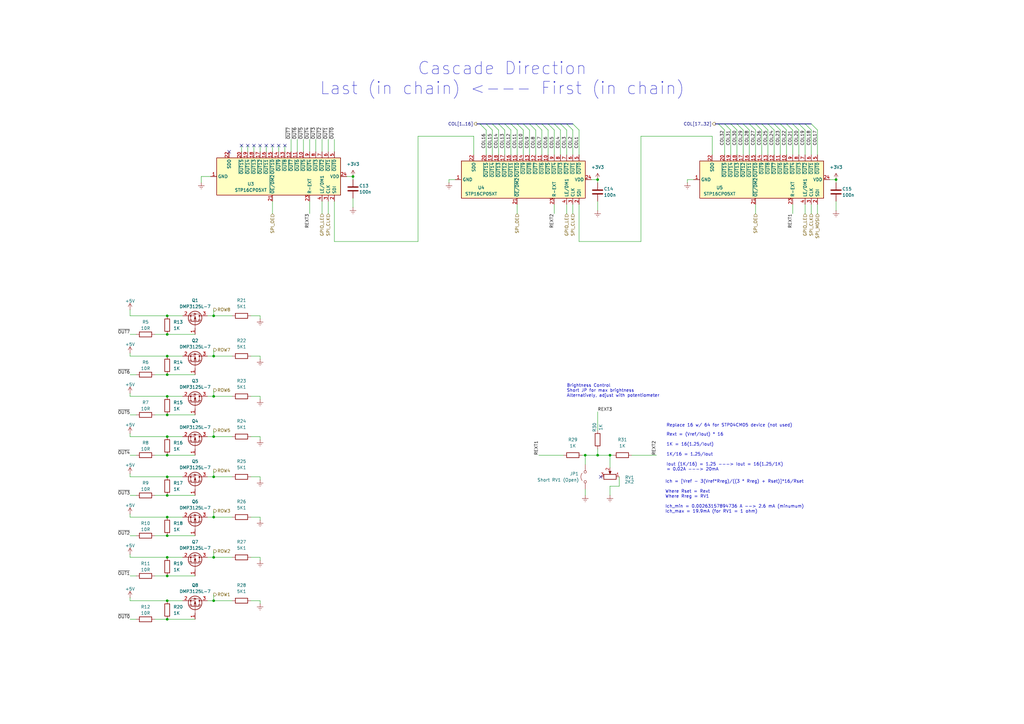
<source format=kicad_sch>
(kicad_sch (version 20250114) (generator "eeschema") (generator_version "9.0")
  (paper "A3")
  (title_block (title "8x32 LED Matrix") (date "2025-06-14") (rev "v05") (comment 4 "STP16CP05 based cascaded LED matrices"))
  (lib_symbols
    (symbol "Device:C" (pin_numbers (hide yes)) (pin_names (offset 0.254))
      (property "Reference" "C" (at 0.635 2.54 0))
      (property "Value" "C" (at 0.635 -2.54 0))
      (symbol "C_0_1"
        (polyline (pts (xy -2.032 0.762) (xy 2.032 0.762)) (stroke (width 0.508)))
        (polyline (pts (xy -2.032 -0.762) (xy 2.032 -0.762)) (stroke (width 0.508)))
      )
      (symbol "C_1_1"
        (pin passive line (at 0 3.81 270) (length 2.794) (name "~") (number "1"))
        (pin passive line (at 0 -3.81 90) (length 2.794) (name "~") (number "2"))
      )
    )
    (symbol "Device:R" (pin_numbers (hide yes)) (pin_names (offset 0))
      (property "Reference" "R" (at 2.032 0 90))
      (property "Value" "R" (at 0 0 90))
      (symbol "R_0_1"
        (rectangle (start -1.016 -2.54) (end 1.016 2.54) (stroke (width 0.254)))
      )
      (symbol "R_1_1"
        (pin passive line (at 0 3.81 270) (length 1.27) (name "~") (number "1"))
        (pin passive line (at 0 -3.81 90) (length 1.27) (name "~") (number "2"))
      )
    )
    (symbol "Device:R_Potentiometer" (pin_names (offset 1.016) (hide yes))
      (property "Reference" "RV" (at -4.445 0 90))
      (property "Value" "R_Potentiometer" (at -2.54 0 90))
      (symbol "R_Potentiometer_0_1"
        (rectangle (start 1.016 2.54) (end -1.016 -2.54) (stroke (width 0.254)))
        (polyline (pts (xy 1.143 0) (xy 2.286 0.508) (xy 2.286 -0.508) (xy 1.143 0)) (fill (type outline)))
        (polyline (pts (xy 2.54 0) (xy 1.524 0)))
      )
      (symbol "R_Potentiometer_1_1"
        (pin passive line (at 0 3.81 270) (length 1.27) (name "1") (number "1"))
        (pin passive line (at 0 -3.81 90) (length 1.27) (name "3") (number "3"))
        (pin passive line (at 3.81 0 180) (length 1.27) (name "2") (number "2"))
      )
    )
    (symbol "Driver_LED:STP16CP05XT"
      (property "Reference" "U" (at -7.62 26.67 0))
      (property "Value" "STP16CP05XT" (at 1.27 26.67 0))
      (symbol "STP16CP05XT_0_1"
        (rectangle (start -7.62 25.4) (end 7.62 -25.4) (stroke (width 0.254)) (fill (type background)))
      )
      (symbol "STP16CP05XT_1_1"
        (pin input line (at -10.16 22.86 0) (length 2.54) (name "SDI") (number "2"))
        (pin input line (at -10.16 20.32 0) (length 2.54) (name "CLK") (number "3"))
        (pin input line (at -10.16 17.78 0) (length 2.54) (name "LE/DM1") (number "4"))
        (pin passive line (at -10.16 12.7 0) (length 2.54) (name "R-EXT") (number "23"))
        (pin input line (at -10.16 -2.54 0) (length 2.54) (name "~{OE/DM2}") (number "21"))
        (pin power_in line (at 0 27.94 270) (length 2.54) (name "VDD") (number "24"))
        (pin power_in line (at 0 -27.94 90) (length 2.54) (name "GND") (number "1"))
        (pin passive line (at 0 -27.94 90) (length 2.54) (hide yes) (name "GND") (number "25"))
        (pin output line (at 10.16 22.86 180) (length 2.54) (name "~{OUT0}") (number "5"))
        (pin output line (at 10.16 20.32 180) (length 2.54) (name "~{OUT1}") (number "6"))
        (pin output line (at 10.16 17.78 180) (length 2.54) (name "~{OUT2}") (number "7"))
        (pin output line (at 10.16 15.24 180) (length 2.54) (name "~{OUT3}") (number "8"))
        (pin output line (at 10.16 12.7 180) (length 2.54) (name "~{OUT4}") (number "9"))
        (pin output line (at 10.16 10.16 180) (length 2.54) (name "~{OUT5}") (number "10"))
        (pin output line (at 10.16 7.62 180) (length 2.54) (name "~{OUT6}") (number "11"))
        (pin output line (at 10.16 5.08 180) (length 2.54) (name "~{OUT7}") (number "12"))
        (pin output line (at 10.16 2.54 180) (length 2.54) (name "~{OUT8}") (number "13"))
        (pin output line (at 10.16 0 180) (length 2.54) (name "~{OUT9}") (number "14"))
        (pin output line (at 10.16 -2.54 180) (length 2.54) (name "~{OUT10}") (number "15"))
        (pin output line (at 10.16 -5.08 180) (length 2.54) (name "~{OUT11}") (number "16"))
        (pin output line (at 10.16 -7.62 180) (length 2.54) (name "~{OUT12}") (number "17"))
        (pin output line (at 10.16 -10.16 180) (length 2.54) (name "~{OUT13}") (number "18"))
        (pin output line (at 10.16 -12.7 180) (length 2.54) (name "~{OUT14}") (number "19"))
        (pin output line (at 10.16 -15.24 180) (length 2.54) (name "~{OUT15}") (number "20"))
        (pin output line (at 10.16 -20.32 180) (length 2.54) (name "SDO") (number "22"))
      )
    )
    (symbol "Jumper:Jumper_2_Open" (pin_numbers (hide yes)) (pin_names (offset 0) (hide yes)) (exclude_from_sim yes)
      (property "Reference" "JP" (at 0 2.794 0))
      (property "Value" "Jumper_2_Open" (at 0 -2.286 0))
      (symbol "Jumper_2_Open_0_0"
        (circle (center -2.032 0) (radius 0.508))
        (circle (center 2.032 0) (radius 0.508))
      )
      (symbol "Jumper_2_Open_0_1"
        (arc (start -1.524 1.27) (mid 0 1.778) (end 1.524 1.27))
      )
      (symbol "Jumper_2_Open_1_1"
        (pin passive line (at -5.08 0 0) (length 2.54) (name "A") (number "1"))
        (pin passive line (at 5.08 0 180) (length 2.54) (name "B") (number "2"))
      )
    )
    (symbol "Transistor_FET:AO3401A" (pin_names (hide yes))
      (property "Reference" "Q" (at 5.08 1.905 0))
      (property "Value" "AO3401A" (at 5.08 0 0))
      (symbol "AO3401A_0_1"
        (polyline (pts (xy 0.254 1.905) (xy 0.254 -1.905)) (stroke (width 0.254)))
        (polyline (pts (xy 0.254 0) (xy -2.54 0)))
        (polyline (pts (xy 0.762 2.286) (xy 0.762 1.27)) (stroke (width 0.254)))
        (polyline (pts (xy 0.762 1.778) (xy 3.302 1.778) (xy 3.302 -1.778) (xy 0.762 -1.778)))
        (polyline (pts (xy 0.762 0.508) (xy 0.762 -0.508)) (stroke (width 0.254)))
        (polyline (pts (xy 0.762 -1.27) (xy 0.762 -2.286)) (stroke (width 0.254)))
        (circle (center 1.651 0) (radius 2.794) (stroke (width 0.254)))
        (polyline (pts (xy 2.286 0) (xy 1.27 0.381) (xy 1.27 -0.381) (xy 2.286 0)) (fill (type outline)))
        (polyline (pts (xy 2.54 2.54) (xy 2.54 1.778)))
        (circle (center 2.54 1.778) (radius 0.254) (fill (type outline)))
        (circle (center 2.54 -1.778) (radius 0.254) (fill (type outline)))
        (polyline (pts (xy 2.54 -2.54) (xy 2.54 0) (xy 0.762 0)))
        (polyline (pts (xy 2.794 -0.508) (xy 2.921 -0.381) (xy 3.683 -0.381) (xy 3.81 -0.254)))
        (polyline (pts (xy 3.302 -0.381) (xy 2.921 0.254) (xy 3.683 0.254) (xy 3.302 -0.381)))
      )
      (symbol "AO3401A_1_1"
        (pin input line (at -5.08 0 0) (length 2.54) (name "G") (number "1"))
        (pin passive line (at 2.54 5.08 270) (length 2.54) (name "D") (number "3"))
        (pin passive line (at 2.54 -5.08 90) (length 2.54) (name "S") (number "2"))
      )
    )
    (symbol "power:+3V3" (power) (pin_numbers (hide yes)) (pin_names (offset 0) (hide yes))
      (property "Value" "+3V3" (at 0 3.556 0))
      (symbol "+3V3_0_1"
        (polyline (pts (xy -0.762 1.27) (xy 0 2.54)))
        (polyline (pts (xy 0 2.54) (xy 0.762 1.27)))
        (polyline (pts (xy 0 0) (xy 0 2.54)))
      )
      (symbol "+3V3_1_1"
        (pin power_in line (at 0 0 90) (length 0) (name "~") (number "1"))
      )
    )
    (symbol "power:+5V" (power) (pin_numbers (hide yes)) (pin_names (offset 0) (hide yes))
      (property "Value" "+5V" (at 0 3.556 0))
      (symbol "+5V_0_1"
        (polyline (pts (xy -0.762 1.27) (xy 0 2.54)))
        (polyline (pts (xy 0 2.54) (xy 0.762 1.27)))
        (polyline (pts (xy 0 0) (xy 0 2.54)))
      )
      (symbol "+5V_1_1"
        (pin power_in line (at 0 0 90) (length 0) (name "~") (number "1"))
      )
    )
    (symbol "power:GNDREF" (power) (pin_numbers (hide yes)) (pin_names (offset 0) (hide yes))
      (property "Value" "GNDREF" (at 0 -3.81 0))
      (symbol "GNDREF_0_1"
        (polyline (pts (xy -0.635 -1.905) (xy 0.635 -1.905)))
        (polyline (pts (xy -0.127 -2.54) (xy 0.127 -2.54)))
        (polyline (pts (xy 0 -1.27) (xy 0 0)))
        (polyline (pts (xy 1.27 -1.27) (xy -1.27 -1.27)))
      )
      (symbol "GNDREF_1_1"
        (pin power_in line (at 0 0 270) (length 0) (name "~") (number "1"))
      )
    )
  )
  (text "Rext = (Vref/Iout) * 16\n\n1K = 16(1.25/Iout)\n\n1K/16 = 1.25/Iout\n\nIout (1K/16) = 1.25 ---> Iout = 16(1.25/1K)\n= 0.02A ---> 20mA" (at 273.304 185.42 0) (effects (font (size 1.27 1.27)) (justify left)))
  (text "Cascade Direction\nLast (in chain) <--- First (in chain)" (at 205.994 32.258 0) (effects (font (size 5.08 5.08))))
  (text "Brightness Control\nShort JP for max brightness\nAlternatively, adjust with potentiometer" (at 232.41 160.274 0) (effects (font (size 1.27 1.27)) (justify left)))
  (text "Ich = [Vref - 3(Vref*Rreg)/((3 * Rreg) + Rset)]*16/Rset\n\nWhere Rset = Rext\nWhere Rreg = RV1\n\nIch_min = 0.00263157894736 A --> 2.6 mA (minumum)\nIch_max = 19.9mA (for RV1 = 1 ohm) " (at 272.796 203.708 0) (effects (font (size 1.27 1.27)) (justify left)))
  (text "Replace 16 w/ 64 for STP04CM05 device (not used)" (at 273.304 174.498 0) (effects (font (size 1.27 1.27)) (justify left)))
  (junction (at 68.58 146.05))
  (junction (at 240.03 186.69))
  (junction (at 342.9 73.66))
  (junction (at 68.58 129.54))
  (junction (at 68.58 170.18))
  (junction (at 87.63 228.6))
  (junction (at 68.58 228.6))
  (junction (at 245.11 73.66))
  (junction (at 68.58 246.38))
  (junction (at 87.63 195.58))
  (junction (at 68.58 236.22))
  (junction (at 68.58 186.69))
  (junction (at 87.63 129.54))
  (junction (at 144.78 72.39))
  (junction (at 68.58 203.2))
  (junction (at 68.58 179.07))
  (junction (at 68.58 254))
  (junction (at 68.58 153.67))
  (junction (at 68.58 219.71))
  (junction (at 87.63 146.05))
  (junction (at 68.58 195.58))
  (junction (at 245.11 186.69))
  (junction (at 87.63 179.07))
  (junction (at 68.58 162.56))
  (junction (at 87.63 162.56))
  (junction (at 87.63 246.38))
  (junction (at 68.58 137.16))
  (junction (at 87.63 212.09))
  (junction (at 250.19 186.69))
  (junction (at 68.58 212.09))
  (no_connect (at 109.22 59.69))
  (no_connect (at 104.14 59.69))
  (no_connect (at 106.68 59.69))
  (no_connect (at 111.76 59.69))
  (no_connect (at 116.84 59.69))
  (no_connect (at 93.98 62.23))
  (no_connect (at 246.38 195.58))
  (no_connect (at 114.3 59.69))
  (no_connect (at 99.06 59.69))
  (no_connect (at 101.6 59.69))
  (bus_entry (at 237.49 53.34) (size -2.54 -2.54))
  (bus_entry (at 322.58 53.34) (size -2.54 -2.54))
  (bus_entry (at 314.96 53.34) (size -2.54 -2.54))
  (bus_entry (at 232.41 53.34) (size -2.54 -2.54))
  (bus_entry (at 335.28 53.34) (size -2.54 -2.54))
  (bus_entry (at 217.17 53.34) (size -2.54 -2.54))
  (bus_entry (at 212.09 53.34) (size -2.54 -2.54))
  (bus_entry (at 312.42 53.34) (size -2.54 -2.54))
  (bus_entry (at 234.95 53.34) (size -2.54 -2.54))
  (bus_entry (at 297.18 53.34) (size -2.54 -2.54))
  (bus_entry (at 332.74 53.34) (size -2.54 -2.54))
  (bus_entry (at 299.72 53.34) (size -2.54 -2.54))
  (bus_entry (at 309.88 53.34) (size -2.54 -2.54))
  (bus_entry (at 214.63 53.34) (size -2.54 -2.54))
  (bus_entry (at 199.39 53.34) (size -2.54 -2.54))
  (bus_entry (at 209.55 53.34) (size -2.54 -2.54))
  (bus_entry (at 207.01 53.34) (size -2.54 -2.54))
  (bus_entry (at 327.66 53.34) (size -2.54 -2.54))
  (bus_entry (at 224.79 53.34) (size -2.54 -2.54))
  (bus_entry (at 219.71 53.34) (size -2.54 -2.54))
  (bus_entry (at 222.25 53.34) (size -2.54 -2.54))
  (bus_entry (at 227.33 53.34) (size -2.54 -2.54))
  (bus_entry (at 304.8 53.34) (size -2.54 -2.54))
  (bus_entry (at 325.12 53.34) (size -2.54 -2.54))
  (bus_entry (at 307.34 53.34) (size -2.54 -2.54))
  (bus_entry (at 302.26 53.34) (size -2.54 -2.54))
  (bus_entry (at 229.87 53.34) (size -2.54 -2.54))
  (bus_entry (at 204.47 53.34) (size -2.54 -2.54))
  (bus_entry (at 330.2 53.34) (size -2.54 -2.54))
  (bus_entry (at 317.5 53.34) (size -2.54 -2.54))
  (bus_entry (at 320.04 53.34) (size -2.54 -2.54))
  (bus_entry (at 201.93 53.34) (size -2.54 -2.54))
  (wire (pts (xy 227.33 53.34) (xy 227.33 63.5)))
  (wire (pts (xy 68.58 254) (xy 80.01 254)))
  (wire (pts (xy 87.63 127) (xy 87.63 129.54)))
  (wire (pts (xy 325.12 83.82) (xy 325.12 87.63)))
  (wire (pts (xy 53.34 227.33) (xy 53.34 228.6)))
  (wire (pts (xy 87.63 179.07) (xy 95.25 179.07)))
  (wire (pts (xy 335.28 53.34) (xy 335.28 63.5)))
  (wire (pts (xy 240.03 200.66) (xy 240.03 203.2)))
  (wire (pts (xy 68.58 129.54) (xy 74.93 129.54)))
  (wire (pts (xy 87.63 129.54) (xy 95.25 129.54)))
  (wire (pts (xy 87.63 226.06) (xy 87.63 228.6)))
  (wire (pts (xy 219.71 53.34) (xy 219.71 63.5)))
  (bus (pts (xy 312.42 50.8) (xy 314.96 50.8)))
  (wire (pts (xy 102.87 212.09) (xy 106.68 212.09)))
  (wire (pts (xy 237.49 83.82) (xy 237.49 99.06)))
  (wire (pts (xy 53.34 129.54) (xy 53.34 127)))
  (wire (pts (xy 68.58 228.6) (xy 74.93 228.6)))
  (wire (pts (xy 101.6 59.69) (xy 101.6 62.23)))
  (wire (pts (xy 127 82.55) (xy 127 87.63)))
  (wire (pts (xy 85.09 195.58) (xy 87.63 195.58)))
  (wire (pts (xy 102.87 129.54) (xy 106.68 129.54)))
  (wire (pts (xy 68.58 179.07) (xy 74.93 179.07)))
  (wire (pts (xy 68.58 236.22) (xy 80.01 236.22)))
  (wire (pts (xy 281.94 73.66) (xy 281.94 74.93)))
  (wire (pts (xy 240.03 186.69) (xy 240.03 190.5)))
  (wire (pts (xy 68.58 137.16) (xy 80.01 137.16)))
  (wire (pts (xy 297.18 53.34) (xy 297.18 63.5)))
  (wire (pts (xy 68.58 212.09) (xy 74.93 212.09)))
  (wire (pts (xy 68.58 186.69) (xy 80.01 186.69)))
  (wire (pts (xy 330.2 53.34) (xy 330.2 63.5)))
  (wire (pts (xy 304.8 53.34) (xy 304.8 63.5)))
  (wire (pts (xy 227.33 83.82) (xy 227.33 87.63)))
  (bus (pts (xy 199.39 50.8) (xy 201.93 50.8)))
  (wire (pts (xy 119.38 57.15) (xy 119.38 62.23)))
  (wire (pts (xy 320.04 53.34) (xy 320.04 63.5)))
  (wire (pts (xy 104.14 59.69) (xy 104.14 62.23)))
  (wire (pts (xy 144.78 81.28) (xy 144.78 85.09)))
  (wire (pts (xy 106.68 129.54) (xy 106.68 130.81)))
  (wire (pts (xy 53.34 170.18) (xy 55.88 170.18)))
  (wire (pts (xy 314.96 53.34) (xy 314.96 63.5)))
  (wire (pts (xy 87.63 212.09) (xy 95.25 212.09)))
  (wire (pts (xy 332.74 53.34) (xy 332.74 63.5)))
  (bus (pts (xy 325.12 50.8) (xy 327.66 50.8)))
  (wire (pts (xy 87.63 162.56) (xy 95.25 162.56)))
  (wire (pts (xy 212.09 53.34) (xy 212.09 63.5)))
  (wire (pts (xy 134.62 82.55) (xy 134.62 87.63)))
  (wire (pts (xy 299.72 53.34) (xy 299.72 63.5)))
  (wire (pts (xy 342.9 82.55) (xy 342.9 86.36)))
  (wire (pts (xy 68.58 219.71) (xy 80.01 219.71)))
  (wire (pts (xy 63.5 219.71) (xy 68.58 219.71)))
  (wire (pts (xy 53.34 212.09) (xy 68.58 212.09)))
  (wire (pts (xy 129.54 57.15) (xy 129.54 62.23)))
  (wire (pts (xy 137.16 99.06) (xy 137.16 82.55)))
  (wire (pts (xy 250.19 199.39) (xy 250.19 203.2)))
  (wire (pts (xy 238.76 186.69) (xy 240.03 186.69)))
  (wire (pts (xy 106.68 146.05) (xy 106.68 147.32)))
  (wire (pts (xy 102.87 162.56) (xy 106.68 162.56)))
  (wire (pts (xy 259.08 186.69) (xy 269.24 186.69)))
  (wire (pts (xy 335.28 83.82) (xy 335.28 87.63)))
  (wire (pts (xy 284.48 73.66) (xy 281.94 73.66)))
  (wire (pts (xy 102.87 195.58) (xy 106.68 195.58)))
  (wire (pts (xy 85.09 146.05) (xy 87.63 146.05)))
  (wire (pts (xy 102.87 246.38) (xy 106.68 246.38)))
  (wire (pts (xy 137.16 57.15) (xy 137.16 62.23)))
  (wire (pts (xy 245.11 168.91) (xy 245.11 176.53)))
  (bus (pts (xy 297.18 50.8) (xy 299.72 50.8)))
  (wire (pts (xy 309.88 53.34) (xy 309.88 63.5)))
  (wire (pts (xy 87.63 228.6) (xy 95.25 228.6)))
  (wire (pts (xy 63.5 153.67) (xy 68.58 153.67)))
  (wire (pts (xy 232.41 53.34) (xy 232.41 63.5)))
  (bus (pts (xy 229.87 50.8) (xy 232.41 50.8)))
  (wire (pts (xy 53.34 179.07) (xy 68.58 179.07)))
  (bus (pts (xy 293.37 50.8) (xy 294.64 50.8)))
  (wire (pts (xy 220.98 186.69) (xy 231.14 186.69)))
  (wire (pts (xy 55.88 203.2) (xy 53.34 203.2)))
  (wire (pts (xy 53.34 254) (xy 55.88 254)))
  (bus (pts (xy 317.5 50.8) (xy 320.04 50.8)))
  (wire (pts (xy 171.45 55.88) (xy 171.45 99.06)))
  (bus (pts (xy 219.71 50.8) (xy 222.25 50.8)))
  (wire (pts (xy 214.63 53.34) (xy 214.63 63.5)))
  (wire (pts (xy 127 57.15) (xy 127 62.23)))
  (wire (pts (xy 106.68 59.69) (xy 106.68 62.23)))
  (wire (pts (xy 111.76 82.55) (xy 111.76 87.63)))
  (wire (pts (xy 254 199.39) (xy 250.19 199.39)))
  (bus (pts (xy 196.85 50.8) (xy 199.39 50.8)))
  (wire (pts (xy 132.08 57.15) (xy 132.08 62.23)))
  (wire (pts (xy 68.58 146.05) (xy 74.93 146.05)))
  (bus (pts (xy 314.96 50.8) (xy 317.5 50.8)))
  (wire (pts (xy 87.63 160.02) (xy 87.63 162.56)))
  (wire (pts (xy 53.34 245.11) (xy 53.34 246.38)))
  (bus (pts (xy 217.17 50.8) (xy 219.71 50.8)))
  (wire (pts (xy 68.58 170.18) (xy 80.01 170.18)))
  (bus (pts (xy 307.34 50.8) (xy 309.88 50.8)))
  (bus (pts (xy 322.58 50.8) (xy 325.12 50.8)))
  (wire (pts (xy 102.87 146.05) (xy 106.68 146.05)))
  (wire (pts (xy 217.17 53.34) (xy 217.17 63.5)))
  (wire (pts (xy 134.62 57.15) (xy 134.62 62.23)))
  (wire (pts (xy 307.34 53.34) (xy 307.34 63.5)))
  (wire (pts (xy 242.57 73.66) (xy 245.11 73.66)))
  (wire (pts (xy 53.34 236.22) (xy 55.88 236.22)))
  (wire (pts (xy 53.34 162.56) (xy 53.34 161.29)))
  (wire (pts (xy 232.41 83.82) (xy 232.41 87.63)))
  (bus (pts (xy 224.79 50.8) (xy 227.33 50.8)))
  (wire (pts (xy 53.34 144.78) (xy 53.34 146.05)))
  (wire (pts (xy 68.58 162.56) (xy 74.93 162.56)))
  (wire (pts (xy 53.34 146.05) (xy 68.58 146.05)))
  (bus (pts (xy 209.55 50.8) (xy 212.09 50.8)))
  (wire (pts (xy 87.63 243.84) (xy 87.63 246.38)))
  (bus (pts (xy 201.93 50.8) (xy 204.47 50.8)))
  (wire (pts (xy 53.34 177.8) (xy 53.34 179.07)))
  (wire (pts (xy 53.34 228.6) (xy 68.58 228.6)))
  (wire (pts (xy 63.5 236.22) (xy 68.58 236.22)))
  (wire (pts (xy 121.92 57.15) (xy 121.92 62.23)))
  (wire (pts (xy 137.16 99.06) (xy 171.45 99.06)))
  (bus (pts (xy 214.63 50.8) (xy 217.17 50.8)))
  (wire (pts (xy 87.63 195.58) (xy 95.25 195.58)))
  (wire (pts (xy 234.95 53.34) (xy 234.95 63.5)))
  (wire (pts (xy 87.63 193.04) (xy 87.63 195.58)))
  (bus (pts (xy 212.09 50.8) (xy 214.63 50.8)))
  (wire (pts (xy 87.63 209.55) (xy 87.63 212.09)))
  (wire (pts (xy 332.74 83.82) (xy 332.74 87.63)))
  (wire (pts (xy 53.34 195.58) (xy 68.58 195.58)))
  (wire (pts (xy 68.58 195.58) (xy 74.93 195.58)))
  (wire (pts (xy 68.58 129.54) (xy 53.34 129.54)))
  (wire (pts (xy 245.11 73.66) (xy 245.11 74.93)))
  (wire (pts (xy 240.03 186.69) (xy 245.11 186.69)))
  (wire (pts (xy 317.5 53.34) (xy 317.5 63.5)))
  (wire (pts (xy 222.25 53.34) (xy 222.25 63.5)))
  (wire (pts (xy 87.63 143.51) (xy 87.63 146.05)))
  (bus (pts (xy 320.04 50.8) (xy 322.58 50.8)))
  (bus (pts (xy 299.72 50.8) (xy 302.26 50.8)))
  (wire (pts (xy 254 195.58) (xy 254 199.39)))
  (wire (pts (xy 109.22 59.69) (xy 109.22 62.23)))
  (wire (pts (xy 132.08 82.55) (xy 132.08 87.63)))
  (wire (pts (xy 63.5 186.69) (xy 68.58 186.69)))
  (bus (pts (xy 232.41 50.8) (xy 234.95 50.8)))
  (bus (pts (xy 222.25 50.8) (xy 224.79 50.8)))
  (wire (pts (xy 245.11 186.69) (xy 250.19 186.69)))
  (bus (pts (xy 302.26 50.8) (xy 304.8 50.8)))
  (wire (pts (xy 53.34 137.16) (xy 55.88 137.16)))
  (wire (pts (xy 322.58 53.34) (xy 322.58 63.5)))
  (wire (pts (xy 229.87 53.34) (xy 229.87 63.5)))
  (wire (pts (xy 68.58 203.2) (xy 80.01 203.2)))
  (wire (pts (xy 142.24 72.39) (xy 144.78 72.39)))
  (bus (pts (xy 195.58 50.8) (xy 196.85 50.8)))
  (wire (pts (xy 68.58 153.67) (xy 80.01 153.67)))
  (wire (pts (xy 250.19 186.69) (xy 251.46 186.69)))
  (wire (pts (xy 116.84 59.69) (xy 116.84 62.23)))
  (wire (pts (xy 262.89 55.88) (xy 262.89 99.06)))
  (wire (pts (xy 87.63 146.05) (xy 95.25 146.05)))
  (bus (pts (xy 309.88 50.8) (xy 312.42 50.8)))
  (bus (pts (xy 304.8 50.8) (xy 307.34 50.8)))
  (wire (pts (xy 207.01 53.34) (xy 207.01 63.5)))
  (wire (pts (xy 114.3 59.69) (xy 114.3 62.23)))
  (wire (pts (xy 53.34 162.56) (xy 68.58 162.56)))
  (wire (pts (xy 325.12 53.34) (xy 325.12 63.5)))
  (wire (pts (xy 85.09 179.07) (xy 87.63 179.07)))
  (wire (pts (xy 53.34 219.71) (xy 55.88 219.71)))
  (wire (pts (xy 342.9 73.66) (xy 342.9 74.93)))
  (wire (pts (xy 106.68 228.6) (xy 106.68 229.87)))
  (wire (pts (xy 53.34 186.69) (xy 55.88 186.69)))
  (wire (pts (xy 53.34 246.38) (xy 68.58 246.38)))
  (wire (pts (xy 102.87 179.07) (xy 106.68 179.07)))
  (wire (pts (xy 86.36 72.39) (xy 82.55 72.39)))
  (wire (pts (xy 106.68 179.07) (xy 106.68 180.34)))
  (wire (pts (xy 201.93 53.34) (xy 201.93 63.5)))
  (bus (pts (xy 227.33 50.8) (xy 229.87 50.8)))
  (wire (pts (xy 234.95 83.82) (xy 234.95 87.63)))
  (wire (pts (xy 212.09 83.82) (xy 212.09 87.63)))
  (wire (pts (xy 85.09 228.6) (xy 87.63 228.6)))
  (wire (pts (xy 63.5 254) (xy 68.58 254)))
  (wire (pts (xy 194.31 55.88) (xy 171.45 55.88)))
  (wire (pts (xy 224.79 53.34) (xy 224.79 63.5)))
  (wire (pts (xy 209.55 53.34) (xy 209.55 63.5)))
  (wire (pts (xy 309.88 83.82) (xy 309.88 87.63)))
  (bus (pts (xy 327.66 50.8) (xy 330.2 50.8)))
  (wire (pts (xy 124.46 57.15) (xy 124.46 62.23)))
  (wire (pts (xy 312.42 53.34) (xy 312.42 63.5)))
  (wire (pts (xy 327.66 53.34) (xy 327.66 63.5)))
  (bus (pts (xy 330.2 50.8) (xy 332.74 50.8)))
  (wire (pts (xy 53.34 210.82) (xy 53.34 212.09)))
  (wire (pts (xy 53.34 195.58) (xy 53.34 194.31)))
  (bus (pts (xy 207.01 50.8) (xy 209.55 50.8)))
  (wire (pts (xy 99.06 59.69) (xy 99.06 62.23)))
  (wire (pts (xy 330.2 83.82) (xy 330.2 87.63)))
  (wire (pts (xy 53.34 153.67) (xy 55.88 153.67)))
  (wire (pts (xy 85.09 246.38) (xy 87.63 246.38)))
  (wire (pts (xy 82.55 72.39) (xy 82.55 74.93)))
  (wire (pts (xy 102.87 228.6) (xy 106.68 228.6)))
  (wire (pts (xy 106.68 162.56) (xy 106.68 163.83)))
  (bus (pts (xy 294.64 50.8) (xy 297.18 50.8)))
  (wire (pts (xy 85.09 129.54) (xy 87.63 129.54)))
  (wire (pts (xy 184.15 73.66) (xy 184.15 74.93)))
  (wire (pts (xy 245.11 82.55) (xy 245.11 86.36)))
  (wire (pts (xy 106.68 212.09) (xy 106.68 213.36)))
  (wire (pts (xy 194.31 55.88) (xy 194.31 63.5)))
  (wire (pts (xy 237.49 99.06) (xy 262.89 99.06)))
  (wire (pts (xy 85.09 212.09) (xy 87.63 212.09)))
  (wire (pts (xy 87.63 246.38) (xy 95.25 246.38)))
  (wire (pts (xy 63.5 203.2) (xy 68.58 203.2)))
  (wire (pts (xy 292.1 55.88) (xy 262.89 55.88)))
  (wire (pts (xy 85.09 162.56) (xy 87.63 162.56)))
  (wire (pts (xy 106.68 195.58) (xy 106.68 196.85)))
  (wire (pts (xy 245.11 184.15) (xy 245.11 186.69)))
  (wire (pts (xy 63.5 137.16) (xy 68.58 137.16)))
  (wire (pts (xy 292.1 55.88) (xy 292.1 63.5)))
  (wire (pts (xy 340.36 73.66) (xy 342.9 73.66)))
  (wire (pts (xy 68.58 246.38) (xy 74.93 246.38)))
  (wire (pts (xy 250.19 186.69) (xy 250.19 191.77)))
  (wire (pts (xy 302.26 53.34) (xy 302.26 63.5)))
  (wire (pts (xy 186.69 73.66) (xy 184.15 73.66)))
  (wire (pts (xy 63.5 170.18) (xy 68.58 170.18)))
  (wire (pts (xy 87.63 176.53) (xy 87.63 179.07)))
  (wire (pts (xy 237.49 53.34) (xy 237.49 63.5)))
  (wire (pts (xy 204.47 53.34) (xy 204.47 63.5)))
  (wire (pts (xy 111.76 59.69) (xy 111.76 62.23)))
  (wire (pts (xy 144.78 72.39) (xy 144.78 73.66)))
  (bus (pts (xy 204.47 50.8) (xy 207.01 50.8)))
  (wire (pts (xy 199.39 53.34) (xy 199.39 63.5)))
  (wire (pts (xy 106.68 246.38) (xy 106.68 247.65)))
  (label "COL31" (at 299.72 59.69 90))
  (label "COL4" (at 229.87 60.96 90))
  (label "COL18" (at 332.74 59.69 90))
  (label "COL28" (at 307.34 59.69 90))
  (label "COL3" (at 232.41 60.96 90))
  (label "~{OUT6}" (at 53.34 153.67 180))
  (label "COL15" (at 201.93 60.96 90))
  (label "COL12" (at 209.55 60.96 90))
  (label "COL16" (at 199.39 60.96 90))
  (label "COL27" (at 309.88 59.69 90))
  (label "~{OUT0}" (at 137.16 57.15 90))
  (label "REXT3" (at 127 87.63 270))
  (label "~{OUT3}" (at 53.34 203.2 180))
  (label "COL23" (at 320.04 59.69 90))
  (label "COL19" (at 330.2 59.69 90))
  (label "COL8" (at 219.71 60.96 90))
  (label "COL9" (at 217.17 60.96 90))
  (label "~{OUT0}" (at 53.34 254 180))
  (label "COL6" (at 224.79 60.96 90))
  (label "REXT2" (at 227.33 87.63 270))
  (label "COL20" (at 327.66 59.69 90))
  (label "COL1" (at 237.49 60.96 90))
  (label "COL25" (at 314.96 59.69 90))
  (label "COL29" (at 304.8 59.69 90))
  (label "COL17" (at 335.28 59.69 90))
  (label "COL7" (at 222.25 60.96 90))
  (label "COL22" (at 322.58 59.69 90))
  (label "REXT3" (at 245.11 168.91 0))
  (label "COL14" (at 204.47 60.96 90))
  (label "COL10" (at 214.63 60.96 90))
  (label "COL21" (at 325.12 59.69 90))
  (label "REXT2" (at 269.24 186.69 90))
  (label "~{OUT2}" (at 53.34 219.71 180))
  (label "~{OUT6}" (at 121.92 57.15 90))
  (label "~{OUT1}" (at 134.62 57.15 90))
  (label "~{OUT4}" (at 127 57.15 90))
  (label "COL5" (at 227.33 60.96 90))
  (label "COL24" (at 317.5 59.69 90))
  (label "COL26" (at 312.42 59.69 90))
  (label "~{OUT5}" (at 124.46 57.15 90))
  (label "COL32" (at 297.18 59.69 90))
  (label "~{OUT5}" (at 53.34 170.18 180))
  (label "~{OUT4}" (at 53.34 186.69 180))
  (label "COL13" (at 207.01 60.96 90))
  (label "~{OUT7}" (at 53.34 137.16 180))
  (label "REXT1" (at 220.98 186.69 90))
  (label "REXT1" (at 325.12 87.63 270))
  (label "~{OUT3}" (at 129.54 57.15 90))
  (label "~{OUT1}" (at 53.34 236.22 180))
  (label "COL30" (at 302.26 59.69 90))
  (label "COL2" (at 234.95 60.96 90))
  (label "~{OUT2}" (at 132.08 57.15 90))
  (label "~{OUT7}" (at 119.38 57.15 90))
  (label "COL11" (at 212.09 60.96 90))
  (hierarchical_label "SPI_CLK" (shape input) (at 134.62 87.63 270))
  (hierarchical_label "ROW3" (shape output) (at 87.63 209.55 0))
  (hierarchical_label "SPI_OE" (shape input) (at 309.88 87.63 270))
  (hierarchical_label "SPI_OE" (shape input) (at 212.09 87.63 270))
  (hierarchical_label "ROW4" (shape output) (at 87.63 193.04 0))
  (hierarchical_label "ROW1" (shape output) (at 87.63 243.84 0))
  (hierarchical_label "ROW8" (shape output) (at 87.63 127 0))
  (hierarchical_label "GPIO_LE" (shape input) (at 330.2 87.63 270))
  (hierarchical_label "GPIO_LE" (shape input) (at 232.41 87.63 270))
  (hierarchical_label "SPI_CLK" (shape input) (at 332.74 87.63 270))
  (hierarchical_label "ROW7" (shape output) (at 87.63 143.51 0))
  (hierarchical_label "SPI_CLK" (shape input) (at 234.95 87.63 270))
  (hierarchical_label "COL[1..16]" (shape output) (at 195.58 50.8 180))
  (hierarchical_label "SPI_MOSI" (shape input) (at 335.28 87.63 270))
  (hierarchical_label "GPIO_LE" (shape input) (at 132.08 87.63 270))
  (hierarchical_label "ROW5" (shape output) (at 87.63 176.53 0))
  (hierarchical_label "ROW2" (shape output) (at 87.63 226.06 0))
  (hierarchical_label "ROW6" (shape output) (at 87.63 160.02 0))
  (hierarchical_label "SPI_OE" (shape input) (at 111.76 87.63 270))
  (hierarchical_label "COL[17..32]" (shape output) (at 293.37 50.8 180))
  (symbol (lib_id "power:GNDREF") (at 106.68 147.32 0) (unit 1)
    (property "Reference" "#PWR039" (effects (hide yes)))
    (property "Value" "GND" (effects (hide yes)))
    (property "Description" "Power symbol creates a global label with name \"GND\" , reference supply ground" (effects (hide yes)))
  )
  (symbol (lib_id "power:GNDREF") (at 82.55 74.93 0) (unit 1)
    (property "Reference" "#PWR037" (effects (hide yes)))
    (property "Value" "GND" (effects (hide yes)))
    (property "Description" "Power symbol creates a global label with name \"GND\" , reference supply ground" (effects (hide yes)))
  )
  (symbol (lib_id "power:GNDREF") (at 106.68 163.83 0) (unit 1)
    (property "Reference" "#PWR038" (effects (hide yes)))
    (property "Value" "GND" (effects (hide yes)))
    (property "Description" "Power symbol creates a global label with name \"GND\" , reference supply ground" (effects (hide yes)))
  )
  (symbol (lib_id "Device:R") (at 59.69 153.67 90) (unit 1)
    (property "Reference" "R6" (at 59.69 148.59 90))
    (property "Value" "10R" (at 59.69 151.13 90))
    (property "Footprint" "Resistor_SMD:R_0603_1608Metric" (effects (hide yes)))
    (property "Description" "Resistor" (effects (hide yes)))
    (property "MPN" "RT0603FRE0710RL" (effects (hide yes)))
  )
  (symbol (lib_id "power:+5V") (at 53.34 127 0) (unit 1)
    (property "Reference" "#PWR029" (effects (hide yes)))
    (property "Value" "+5V" (at 53.34 123.444 0))
    (property "Description" "Power symbol creates a global label with name \"+5V\"" (effects (hide yes)))
  )
  (symbol (lib_id "Transistor_FET:AO3401A") (at 80.01 231.14 270) (mirror x) (unit 1)
    (property "Reference" "Q7" (at 80.01 222.25 90))
    (property "Value" "DMP3125L-7" (at 80.01 224.79 90))
    (property "Footprint" "Package_TO_SOT_SMD:SOT-23" (effects (hide yes)))
    (property "Datasheet" "http://www.aosmd.com/pdfs/datasheet/AO3401A.pdf" (effects (hide yes)))
    (property "Description" "-4.0A Id, -30V Vds, P-Channel MOSFET, SOT-23" (effects (hide yes)))
    (property "MPN" "DMP3125L-7" (effects (hide yes)))
  )
  (symbol (lib_id "Device:R") (at 59.69 137.16 90) (unit 1)
    (property "Reference" "R5" (at 59.69 132.08 90))
    (property "Value" "10R" (at 59.69 134.62 90))
    (property "Footprint" "Resistor_SMD:R_0603_1608Metric" (effects (hide yes)))
    (property "Description" "Resistor" (effects (hide yes)))
    (property "MPN" "RT0603FRE0710RL" (effects (hide yes)))
  )
  (symbol (lib_id "power:+5V") (at 53.34 210.82 0) (unit 1)
    (property "Reference" "#PWR034" (effects (hide yes)))
    (property "Value" "+5V" (at 53.34 207.264 0))
    (property "Description" "Power symbol creates a global label with name \"+5V\"" (effects (hide yes)))
  )
  (symbol (lib_id "power:GNDREF") (at 106.68 196.85 0) (unit 1)
    (property "Reference" "#PWR027" (effects (hide yes)))
    (property "Value" "GND" (effects (hide yes)))
    (property "Description" "Power symbol creates a global label with name \"GND\" , reference supply ground" (effects (hide yes)))
  )
  (symbol (lib_id "Device:C") (at 342.9 78.74 0) (unit 1)
    (property "Reference" "C15" (at 345.44 77.47 0) (effects (justify left)))
    (property "Value" "100n" (at 345.44 80.01 0) (effects (justify left)))
    (property "Footprint" "Capacitor_SMD:C_0603_1608Metric" (effects (hide yes)))
    (property "Description" "Unpolarized capacitor" (effects (hide yes)))
  )
  (symbol (lib_id "Device:R") (at 59.69 186.69 90) (unit 1)
    (property "Reference" "R8" (at 59.69 181.61 90))
    (property "Value" "10R" (at 59.69 184.15 90))
    (property "Footprint" "Resistor_SMD:R_0603_1608Metric" (effects (hide yes)))
    (property "Description" "Resistor" (effects (hide yes)))
    (property "MPN" "RT0603FRE0710RL" (effects (hide yes)))
  )
  (symbol (lib_id "Device:R") (at 68.58 250.19 180) (unit 1)
    (property "Reference" "R20" (at 71.12 248.9199 0) (effects (justify right)))
    (property "Value" "1K" (at 71.12 251.4599 0) (effects (justify right)))
    (property "Footprint" "Resistor_SMD:R_0603_1608Metric" (effects (hide yes)))
    (property "Description" "Resistor" (effects (hide yes)))
    (property "MPN" "RT0603DRE071KL" (effects (hide yes)))
  )
  (symbol (lib_id "Device:R") (at 68.58 166.37 180) (unit 1)
    (property "Reference" "R15" (at 71.12 165.0999 0) (effects (justify right)))
    (property "Value" "1K" (at 71.12 167.6399 0) (effects (justify right)))
    (property "Footprint" "Resistor_SMD:R_0603_1608Metric" (effects (hide yes)))
    (property "Description" "Resistor" (effects (hide yes)))
    (property "MPN" "RT0603DRE071KL" (effects (hide yes)))
  )
  (symbol (lib_id "Device:R") (at 99.06 146.05 270) (unit 1)
    (property "Reference" "R22" (at 99.06 139.7 90))
    (property "Value" "5K1" (at 99.06 142.24 90))
    (property "Footprint" "Resistor_SMD:R_0603_1608Metric" (effects (hide yes)))
    (property "Description" "Resistor" (effects (hide yes)))
    (property "MPN" "RT0603FRE075K1L" (effects (hide yes)))
  )
  (symbol (lib_id "Device:R") (at 59.69 254 90) (unit 1)
    (property "Reference" "R12" (at 59.69 248.92 90))
    (property "Value" "10R" (at 59.69 251.46 90))
    (property "Footprint" "Resistor_SMD:R_0603_1608Metric" (effects (hide yes)))
    (property "Description" "Resistor" (effects (hide yes)))
    (property "MPN" "RT0603FRE0710RL" (effects (hide yes)))
  )
  (symbol (lib_id "Transistor_FET:AO3401A") (at 80.01 165.1 270) (mirror x) (unit 1)
    (property "Reference" "Q3" (at 80.01 156.21 90))
    (property "Value" "DMP3125L-7" (at 80.01 158.75 90))
    (property "Footprint" "Package_TO_SOT_SMD:SOT-23" (effects (hide yes)))
    (property "Datasheet" "http://www.aosmd.com/pdfs/datasheet/AO3401A.pdf" (effects (hide yes)))
    (property "Description" "-4.0A Id, -30V Vds, P-Channel MOSFET, SOT-23" (effects (hide yes)))
    (property "MPN" "DMP3125L-7" (effects (hide yes)))
  )
  (symbol (lib_id "Device:R") (at 99.06 162.56 270) (unit 1)
    (property "Reference" "R23" (at 99.06 156.21 90))
    (property "Value" "5K1" (at 99.06 158.75 90))
    (property "Footprint" "Resistor_SMD:R_0603_1608Metric" (effects (hide yes)))
    (property "Description" "Resistor" (effects (hide yes)))
    (property "MPN" "RT0603FRE075K1L" (effects (hide yes)))
  )
  (symbol (lib_id "Transistor_FET:AO3401A") (at 80.01 214.63 270) (mirror x) (unit 1)
    (property "Reference" "Q6" (at 80.01 205.74 90))
    (property "Value" "DMP3125L-7" (at 80.01 208.28 90))
    (property "Footprint" "Package_TO_SOT_SMD:SOT-23" (effects (hide yes)))
    (property "Datasheet" "http://www.aosmd.com/pdfs/datasheet/AO3401A.pdf" (effects (hide yes)))
    (property "Description" "-4.0A Id, -30V Vds, P-Channel MOSFET, SOT-23" (effects (hide yes)))
    (property "MPN" "DMP3125L-7" (effects (hide yes)))
  )
  (symbol (lib_id "Device:R") (at 255.27 186.69 270) (unit 1)
    (property "Reference" "R31" (at 255.27 180.34 90))
    (property "Value" "1K" (at 255.27 182.88 90))
    (property "Footprint" "Resistor_SMD:R_0603_1608Metric" (effects (hide yes)))
    (property "Description" "Resistor" (effects (hide yes)))
    (property "MPN" "RT0603DRE071KL" (effects (hide yes)))
  )
  (symbol (lib_id "power:+5V") (at 53.34 227.33 0) (unit 1)
    (property "Reference" "#PWR035" (effects (hide yes)))
    (property "Value" "+5V" (at 53.34 223.774 0))
    (property "Description" "Power symbol creates a global label with name \"+5V\"" (effects (hide yes)))
  )
  (symbol (lib_id "Device:R_Potentiometer") (at 250.19 195.58 270) (mirror x) (unit 1)
    (property "Reference" "RV1" (at 260.096 195.834 90) (effects (justify right)))
    (property "Value" "2K2" (at 260.096 197.612 90) (effects (justify right)))
    (property "Footprint" "Potentiometer_THT:Potentiometer_Bourns_3386F_Vertical" (effects (hide yes)))
    (property "Description" "Potentiometer" (effects (hide yes)))
    (property "MPN" "3386F-1-222LF" (effects (hide yes)))
  )
  (symbol (lib_id "Transistor_FET:AO3401A") (at 80.01 148.59 270) (mirror x) (unit 1)
    (property "Reference" "Q2" (at 80.01 139.7 90))
    (property "Value" "DMP3125L-7" (at 80.01 142.24 90))
    (property "Footprint" "Package_TO_SOT_SMD:SOT-23" (effects (hide yes)))
    (property "Datasheet" "http://www.aosmd.com/pdfs/datasheet/AO3401A.pdf" (effects (hide yes)))
    (property "Description" "-4.0A Id, -30V Vds, P-Channel MOSFET, SOT-23" (effects (hide yes)))
    (property "MPN" "DMP3125L-7" (effects (hide yes)))
  )
  (symbol (lib_id "power:GNDREF") (at 184.15 74.93 0) (unit 1)
    (property "Reference" "#PWR042" (effects (hide yes)))
    (property "Value" "GND" (effects (hide yes)))
    (property "Description" "Power symbol creates a global label with name \"GND\" , reference supply ground" (effects (hide yes)))
  )
  (symbol (lib_id "power:+5V") (at 53.34 177.8 0) (unit 1)
    (property "Reference" "#PWR032" (effects (hide yes)))
    (property "Value" "+5V" (at 53.34 174.244 0))
    (property "Description" "Power symbol creates a global label with name \"+5V\"" (effects (hide yes)))
  )
  (symbol (lib_id "Device:R") (at 99.06 212.09 270) (unit 1)
    (property "Reference" "R26" (at 99.06 205.74 90))
    (property "Value" "5K1" (at 99.06 208.28 90))
    (property "Footprint" "Resistor_SMD:R_0603_1608Metric" (effects (hide yes)))
    (property "Description" "Resistor" (effects (hide yes)))
    (property "MPN" "RT0603FRE075K1L" (effects (hide yes)))
  )
  (symbol (lib_id "Device:C") (at 144.78 77.47 0) (unit 1)
    (property "Reference" "C13" (at 147.32 76.2 0) (effects (justify left)))
    (property "Value" "100n" (at 147.32 78.74 0) (effects (justify left)))
    (property "Footprint" "Capacitor_SMD:C_0603_1608Metric" (effects (hide yes)))
    (property "Description" "Unpolarized capacitor" (effects (hide yes)))
  )
  (symbol (lib_id "Device:R") (at 68.58 215.9 180) (unit 1)
    (property "Reference" "R18" (at 71.12 214.6299 0) (effects (justify right)))
    (property "Value" "1K" (at 71.12 217.1699 0) (effects (justify right)))
    (property "Footprint" "Resistor_SMD:R_0603_1608Metric" (effects (hide yes)))
    (property "Description" "Resistor" (effects (hide yes)))
    (property "MPN" "RT0603DRE071KL" (effects (hide yes)))
  )
  (symbol (lib_id "Jumper:Jumper_2_Open") (at 240.03 195.58 90) (unit 1) (exclude_from_sim yes)
    (property "Reference" "JP1" (at 233.68 194.31 90) (effects (justify right)))
    (property "Value" "Short RV1 (Open)" (at 237.49 196.85 90) (effects (justify left)))
    (property "Footprint" "Connector_PinHeader_2.54mm:PinHeader_1x02_P2.54mm_Vertical" (effects (hide yes)))
    (property "Description" "Jumper, 2-pole, open" (effects (hide yes)))
  )
  (symbol (lib_id "power:GNDREF") (at 250.19 203.2 0) (unit 1)
    (property "Reference" "#PWR048" (effects (hide yes)))
    (property "Value" "GND" (effects (hide yes)))
    (property "Description" "Power symbol creates a global label with name \"GND\" , reference supply ground" (effects (hide yes)))
  )
  (symbol (lib_id "power:GNDREF") (at 144.78 85.09 0) (unit 1)
    (property "Reference" "#PWR041" (effects (hide yes)))
    (property "Value" "GND" (effects (hide yes)))
    (property "Description" "Power symbol creates a global label with name \"GND\" , reference supply ground" (effects (hide yes)))
  )
  (symbol (lib_id "power:+3V3") (at 144.78 72.39 0) (unit 1)
    (property "Reference" "#PWR046" (effects (hide yes)))
    (property "Value" "+3V3" (at 144.78 67.31 0))
    (property "Description" "Power symbol creates a global label with name \"+3V3\"" (effects (hide yes)))
  )
  (symbol (lib_id "Device:R") (at 68.58 149.86 180) (unit 1)
    (property "Reference" "R14" (at 71.12 148.5899 0) (effects (justify right)))
    (property "Value" "1K" (at 71.12 151.1299 0) (effects (justify right)))
    (property "Footprint" "Resistor_SMD:R_0603_1608Metric" (effects (hide yes)))
    (property "Description" "Resistor" (effects (hide yes)))
    (property "MPN" "RT0603DRE071KL" (effects (hide yes)))
  )
  (symbol (lib_id "power:+3V3") (at 342.9 73.66 0) (mirror y) (unit 1)
    (property "Reference" "#PWR054" (effects (hide yes)))
    (property "Value" "+3V3" (at 342.9 68.58 0))
    (property "Description" "Power symbol creates a global label with name \"+3V3\"" (effects (hide yes)))
  )
  (symbol (lib_id "power:GNDREF") (at 106.68 180.34 0) (unit 1)
    (property "Reference" "#PWR028" (effects (hide yes)))
    (property "Value" "GND" (effects (hide yes)))
    (property "Description" "Power symbol creates a global label with name \"GND\" , reference supply ground" (effects (hide yes)))
  )
  (symbol (lib_id "Device:R") (at 234.95 186.69 270) (unit 1)
    (property "Reference" "R29" (at 234.95 180.34 90))
    (property "Value" "1K" (at 234.95 182.88 90))
    (property "Footprint" "Resistor_SMD:R_0603_1608Metric" (effects (hide yes)))
    (property "Description" "Resistor" (effects (hide yes)))
    (property "MPN" "RT0603DRE071KL" (effects (hide yes)))
  )
  (symbol (lib_id "Device:R") (at 99.06 195.58 270) (unit 1)
    (property "Reference" "R25" (at 99.06 189.23 90))
    (property "Value" "5K1" (at 99.06 191.77 90))
    (property "Footprint" "Resistor_SMD:R_0603_1608Metric" (effects (hide yes)))
    (property "Description" "Resistor" (effects (hide yes)))
    (property "MPN" "RT0603FRE075K1L" (effects (hide yes)))
  )
  (symbol (lib_id "Device:R") (at 245.11 180.34 0) (unit 1)
    (property "Reference" "R30" (at 243.84 175.26 90))
    (property "Value" "1K" (at 246.38 175.26 90))
    (property "Footprint" "Resistor_SMD:R_0603_1608Metric" (effects (hide yes)))
    (property "Description" "Resistor" (effects (hide yes)))
    (property "MPN" "RT0603DRE071KL" (effects (hide yes)))
  )
  (symbol (lib_id "Device:R") (at 99.06 246.38 270) (unit 1)
    (property "Reference" "R28" (at 99.06 240.03 90))
    (property "Value" "5K1" (at 99.06 242.57 90))
    (property "Footprint" "Resistor_SMD:R_0603_1608Metric" (effects (hide yes)))
    (property "Description" "Resistor" (effects (hide yes)))
    (property "MPN" "RT0603FRE075K1L" (effects (hide yes)))
  )
  (symbol (lib_id "Device:R") (at 99.06 179.07 270) (unit 1)
    (property "Reference" "R24" (at 99.06 172.72 90))
    (property "Value" "5K1" (at 99.06 175.26 90))
    (property "Footprint" "Resistor_SMD:R_0603_1608Metric" (effects (hide yes)))
    (property "Description" "Resistor" (effects (hide yes)))
    (property "MPN" "RT0603FRE075K1L" (effects (hide yes)))
  )
  (symbol (lib_id "Driver_LED:STP16CP05XT") (at 114.3 72.39 270) (mirror x) (unit 1)
    (property "Reference" "U3" (at 102.87 75.438 90))
    (property "Value" "STP16CP05XT" (at 102.87 77.978 90))
    (property "Footprint" "Package_SO:HTSSOP-24-1EP_4.4x7.8mm_P0.65mm_EP3.2x5mm" (effects (hide yes)))
    (property "Datasheet" "https://www.st.com/resource/en/datasheet/stp16cp05.pdf" (effects (hide yes)))
    (property "Description" "16-bit constant current LED sink driver, HTSSOP-24" (effects (hide yes)))
    (property "MPN" "STP16CP05XTTR " (effects (hide yes)))
  )
  (symbol (lib_id "power:GNDREF") (at 240.03 203.2 0) (unit 1)
    (property "Reference" "#PWR047" (effects (hide yes)))
    (property "Value" "GND" (effects (hide yes)))
    (property "Description" "Power symbol creates a global label with name \"GND\" , reference supply ground" (effects (hide yes)))
  )
  (symbol (lib_id "Device:R") (at 99.06 228.6 270) (unit 1)
    (property "Reference" "R27" (at 99.06 222.25 90))
    (property "Value" "5K1" (at 99.06 224.79 90))
    (property "Footprint" "Resistor_SMD:R_0603_1608Metric" (effects (hide yes)))
    (property "Description" "Resistor" (effects (hide yes)))
    (property "MPN" "RT0603FRE075K1L" (effects (hide yes)))
  )
  (symbol (lib_id "power:+5V") (at 53.34 161.29 0) (unit 1)
    (property "Reference" "#PWR031" (effects (hide yes)))
    (property "Value" "+5V" (at 53.34 157.734 0))
    (property "Description" "Power symbol creates a global label with name \"+5V\"" (effects (hide yes)))
  )
  (symbol (lib_id "power:+3V3") (at 245.11 73.66 0) (mirror y) (unit 1)
    (property "Reference" "#PWR050" (effects (hide yes)))
    (property "Value" "+3V3" (at 245.11 68.58 0))
    (property "Description" "Power symbol creates a global label with name \"+3V3\"" (effects (hide yes)))
  )
  (symbol (lib_id "power:+5V") (at 53.34 245.11 0) (unit 1)
    (property "Reference" "#PWR036" (effects (hide yes)))
    (property "Value" "+5V" (at 53.34 241.554 0))
    (property "Description" "Power symbol creates a global label with name \"+5V\"" (effects (hide yes)))
  )
  (symbol (lib_id "Driver_LED:STP16CP05XT") (at 312.42 73.66 270) (mirror x) (unit 1)
    (property "Reference" "U5" (at 295.148 76.962 90))
    (property "Value" "STP16CP05XT" (at 295.148 79.502 90))
    (property "Footprint" "Package_SO:HTSSOP-24-1EP_4.4x7.8mm_P0.65mm_EP3.2x5mm" (effects (hide yes)))
    (property "Datasheet" "https://www.st.com/resource/en/datasheet/stp16cp05.pdf" (effects (hide yes)))
    (property "Description" "16-bit constant current LED sink driver, HTSSOP-24" (effects (hide yes)))
    (property "MPN" "STP16CP05XTTR " (effects (hide yes)))
  )
  (symbol (lib_id "power:GNDREF") (at 106.68 130.81 0) (unit 1)
    (property "Reference" "#PWR040" (effects (hide yes)))
    (property "Value" "GND" (effects (hide yes)))
    (property "Description" "Power symbol creates a global label with name \"GND\" , reference supply ground" (effects (hide yes)))
  )
  (symbol (lib_id "power:GNDREF") (at 106.68 229.87 0) (unit 1)
    (property "Reference" "#PWR025" (effects (hide yes)))
    (property "Value" "GND" (effects (hide yes)))
    (property "Description" "Power symbol creates a global label with name \"GND\" , reference supply ground" (effects (hide yes)))
  )
  (symbol (lib_id "Device:R") (at 68.58 182.88 180) (unit 1)
    (property "Reference" "R16" (at 71.12 181.6099 0) (effects (justify right)))
    (property "Value" "1K" (at 71.12 184.1499 0) (effects (justify right)))
    (property "Footprint" "Resistor_SMD:R_0603_1608Metric" (effects (hide yes)))
    (property "Description" "Resistor" (effects (hide yes)))
    (property "MPN" "RT0603DRE071KL" (effects (hide yes)))
  )
  (symbol (lib_id "Device:C") (at 245.11 78.74 0) (unit 1)
    (property "Reference" "C14" (at 247.65 77.47 0) (effects (justify left)))
    (property "Value" "100n" (at 247.65 80.01 0) (effects (justify left)))
    (property "Footprint" "Capacitor_SMD:C_0603_1608Metric" (effects (hide yes)))
    (property "Description" "Unpolarized capacitor" (effects (hide yes)))
  )
  (symbol (lib_id "power:GNDREF") (at 106.68 213.36 0) (unit 1)
    (property "Reference" "#PWR026" (effects (hide yes)))
    (property "Value" "GND" (effects (hide yes)))
    (property "Description" "Power symbol creates a global label with name \"GND\" , reference supply ground" (effects (hide yes)))
  )
  (symbol (lib_id "Transistor_FET:AO3401A") (at 80.01 132.08 270) (mirror x) (unit 1)
    (property "Reference" "Q1" (at 80.01 123.19 90))
    (property "Value" "DMP3125L-7" (at 80.01 125.73 90))
    (property "Footprint" "Package_TO_SOT_SMD:SOT-23" (effects (hide yes)))
    (property "Datasheet" "http://www.aosmd.com/pdfs/datasheet/AO3401A.pdf" (effects (hide yes)))
    (property "Description" "-4.0A Id, -30V Vds, P-Channel MOSFET, SOT-23" (effects (hide yes)))
    (property "MPN" "DMP3125L-7" (effects (hide yes)))
  )
  (symbol (lib_id "power:+5V") (at 53.34 144.78 0) (unit 1)
    (property "Reference" "#PWR030" (effects (hide yes)))
    (property "Value" "+5V" (at 53.34 141.224 0))
    (property "Description" "Power symbol creates a global label with name \"+5V\"" (effects (hide yes)))
  )
  (symbol (lib_id "Device:R") (at 59.69 203.2 90) (unit 1)
    (property "Reference" "R9" (at 59.69 198.12 90))
    (property "Value" "10R" (at 59.69 200.66 90))
    (property "Footprint" "Resistor_SMD:R_0603_1608Metric" (effects (hide yes)))
    (property "Description" "Resistor" (effects (hide yes)))
    (property "MPN" "RT0603FRE0710RL" (effects (hide yes)))
  )
  (symbol (lib_id "power:+5V") (at 53.34 194.31 0) (unit 1)
    (property "Reference" "#PWR033" (effects (hide yes)))
    (property "Value" "+5V" (at 53.34 190.754 0))
    (property "Description" "Power symbol creates a global label with name \"+5V\"" (effects (hide yes)))
  )
  (symbol (lib_id "Transistor_FET:AO3401A") (at 80.01 248.92 270) (mirror x) (unit 1)
    (property "Reference" "Q8" (at 80.01 240.03 90))
    (property "Value" "DMP3125L-7" (at 80.01 242.57 90))
    (property "Footprint" "Package_TO_SOT_SMD:SOT-23" (effects (hide yes)))
    (property "Datasheet" "http://www.aosmd.com/pdfs/datasheet/AO3401A.pdf" (effects (hide yes)))
    (property "Description" "-4.0A Id, -30V Vds, P-Channel MOSFET, SOT-23" (effects (hide yes)))
    (property "MPN" "DMP3125L-7" (effects (hide yes)))
  )
  (symbol (lib_id "Device:R") (at 68.58 232.41 180) (unit 1)
    (property "Reference" "R19" (at 71.12 231.1399 0) (effects (justify right)))
    (property "Value" "1K" (at 71.12 233.6799 0) (effects (justify right)))
    (property "Footprint" "Resistor_SMD:R_0603_1608Metric" (effects (hide yes)))
    (property "Description" "Resistor" (effects (hide yes)))
    (property "MPN" "RT0603DRE071KL" (effects (hide yes)))
  )
  (symbol (lib_id "Driver_LED:STP16CP05XT") (at 214.63 73.66 270) (mirror x) (unit 1)
    (property "Reference" "U4" (at 197.358 76.962 90))
    (property "Value" "STP16CP05XT" (at 197.358 79.502 90))
    (property "Footprint" "Package_SO:HTSSOP-24-1EP_4.4x7.8mm_P0.65mm_EP3.2x5mm" (effects (hide yes)))
    (property "Datasheet" "https://www.st.com/resource/en/datasheet/stp16cp05.pdf" (effects (hide yes)))
    (property "Description" "16-bit constant current LED sink driver, HTSSOP-24" (effects (hide yes)))
    (property "MPN" "STP16CP05XTTR " (effects (hide yes)))
  )
  (symbol (lib_id "Transistor_FET:AO3401A") (at 80.01 181.61 270) (mirror x) (unit 1)
    (property "Reference" "Q4" (at 80.01 172.72 90))
    (property "Value" "DMP3125L-7" (at 80.01 175.26 90))
    (property "Footprint" "Package_TO_SOT_SMD:SOT-23" (effects (hide yes)))
    (property "Datasheet" "http://www.aosmd.com/pdfs/datasheet/AO3401A.pdf" (effects (hide yes)))
    (property "Description" "-4.0A Id, -30V Vds, P-Channel MOSFET, SOT-23" (effects (hide yes)))
    (property "MPN" "DMP3125L-7" (effects (hide yes)))
  )
  (symbol (lib_id "Device:R") (at 99.06 129.54 270) (unit 1)
    (property "Reference" "R21" (at 99.06 123.19 90))
    (property "Value" "5K1" (at 99.06 125.73 90))
    (property "Footprint" "Resistor_SMD:R_0603_1608Metric" (effects (hide yes)))
    (property "Description" "Resistor" (effects (hide yes)))
    (property "MPN" "RT0603FRE075K1L" (effects (hide yes)))
  )
  (symbol (lib_id "Device:R") (at 59.69 236.22 90) (unit 1)
    (property "Reference" "R11" (at 59.69 231.14 90))
    (property "Value" "10R" (at 59.69 233.68 90))
    (property "Footprint" "Resistor_SMD:R_0603_1608Metric" (effects (hide yes)))
    (property "Description" "Resistor" (effects (hide yes)))
    (property "MPN" "RT0603FRE0710RL" (effects (hide yes)))
  )
  (symbol (lib_id "Transistor_FET:AO3401A") (at 80.01 198.12 270) (mirror x) (unit 1)
    (property "Reference" "Q5" (at 80.01 189.23 90))
    (property "Value" "DMP3125L-7" (at 80.01 191.77 90))
    (property "Footprint" "Package_TO_SOT_SMD:SOT-23" (effects (hide yes)))
    (property "Datasheet" "http://www.aosmd.com/pdfs/datasheet/AO3401A.pdf" (effects (hide yes)))
    (property "Description" "-4.0A Id, -30V Vds, P-Channel MOSFET, SOT-23" (effects (hide yes)))
    (property "MPN" "DMP3125L-7" (effects (hide yes)))
  )
  (symbol (lib_id "Device:R") (at 59.69 170.18 90) (unit 1)
    (property "Reference" "R7" (at 59.69 165.1 90))
    (property "Value" "10R" (at 59.69 167.64 90))
    (property "Footprint" "Resistor_SMD:R_0603_1608Metric" (effects (hide yes)))
    (property "Description" "Resistor" (effects (hide yes)))
    (property "MPN" "RT0603FRE0710RL" (effects (hide yes)))
  )
  (symbol (lib_id "Device:R") (at 59.69 219.71 90) (unit 1)
    (property "Reference" "R10" (at 59.69 214.63 90))
    (property "Value" "10R" (at 59.69 217.17 90))
    (property "Footprint" "Resistor_SMD:R_0603_1608Metric" (effects (hide yes)))
    (property "Description" "Resistor" (effects (hide yes)))
    (property "MPN" "RT0603FRE0710RL" (effects (hide yes)))
  )
  (symbol (lib_id "Device:R") (at 68.58 199.39 180) (unit 1)
    (property "Reference" "R17" (at 71.12 198.1199 0) (effects (justify right)))
    (property "Value" "1K" (at 71.12 200.6599 0) (effects (justify right)))
    (property "Footprint" "Resistor_SMD:R_0603_1608Metric" (effects (hide yes)))
    (property "Description" "Resistor" (effects (hide yes)))
    (property "MPN" "RT0603DRE071KL" (effects (hide yes)))
  )
  (symbol (lib_id "power:GNDREF") (at 106.68 247.65 0) (unit 1)
    (property "Reference" "#PWR024" (effects (hide yes)))
    (property "Value" "GND" (effects (hide yes)))
    (property "Description" "Power symbol creates a global label with name \"GND\" , reference supply ground" (effects (hide yes)))
  )
  (symbol (lib_id "power:GNDREF") (at 342.9 86.36 0) (unit 1)
    (property "Reference" "#PWR045" (effects (hide yes)))
    (property "Value" "GND" (effects (hide yes)))
    (property "Description" "Power symbol creates a global label with name \"GND\" , reference supply ground" (effects (hide yes)))
  )
  (symbol (lib_id "Device:R") (at 68.58 133.35 180) (unit 1)
    (property "Reference" "R13" (at 71.12 132.0799 0) (effects (justify right)))
    (property "Value" "1K" (at 71.12 134.6199 0) (effects (justify right)))
    (property "Footprint" "Resistor_SMD:R_0603_1608Metric" (effects (hide yes)))
    (property "Description" "Resistor" (effects (hide yes)))
    (property "MPN" "RT0603DRE071KL" (effects (hide yes)))
  )
  (symbol (lib_id "power:GNDREF") (at 245.11 86.36 0) (unit 1)
    (property "Reference" "#PWR043" (effects (hide yes)))
    (property "Value" "GND" (effects (hide yes)))
    (property "Description" "Power symbol creates a global label with name \"GND\" , reference supply ground" (effects (hide yes)))
  )
  (symbol (lib_id "power:GNDREF") (at 281.94 74.93 0) (unit 1)
    (property "Reference" "#PWR044" (effects (hide yes)))
    (property "Value" "GND" (effects (hide yes)))
    (property "Description" "Power symbol creates a global label with name \"GND\" , reference supply ground" (effects (hide yes)))
  )
)
</source>
